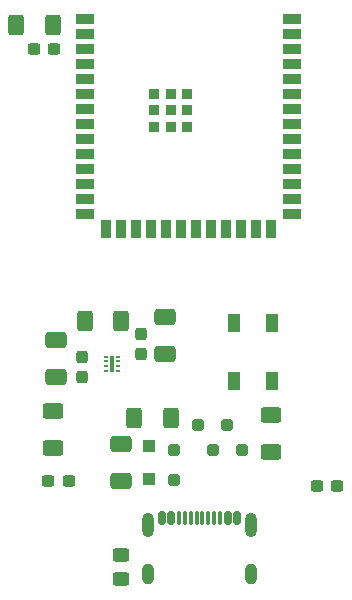
<source format=gbr>
%TF.GenerationSoftware,KiCad,Pcbnew,8.0.1-1.fc39*%
%TF.CreationDate,2024-05-03T11:25:32+02:00*%
%TF.ProjectId,esp32-s3-simple,65737033-322d-4733-932d-73696d706c65,rev?*%
%TF.SameCoordinates,Original*%
%TF.FileFunction,Paste,Top*%
%TF.FilePolarity,Positive*%
%FSLAX46Y46*%
G04 Gerber Fmt 4.6, Leading zero omitted, Abs format (unit mm)*
G04 Created by KiCad (PCBNEW 8.0.1-1.fc39) date 2024-05-03 11:25:32*
%MOMM*%
%LPD*%
G01*
G04 APERTURE LIST*
G04 Aperture macros list*
%AMRoundRect*
0 Rectangle with rounded corners*
0 $1 Rounding radius*
0 $2 $3 $4 $5 $6 $7 $8 $9 X,Y pos of 4 corners*
0 Add a 4 corners polygon primitive as box body*
4,1,4,$2,$3,$4,$5,$6,$7,$8,$9,$2,$3,0*
0 Add four circle primitives for the rounded corners*
1,1,$1+$1,$2,$3*
1,1,$1+$1,$4,$5*
1,1,$1+$1,$6,$7*
1,1,$1+$1,$8,$9*
0 Add four rect primitives between the rounded corners*
20,1,$1+$1,$2,$3,$4,$5,0*
20,1,$1+$1,$4,$5,$6,$7,0*
20,1,$1+$1,$6,$7,$8,$9,0*
20,1,$1+$1,$8,$9,$2,$3,0*%
G04 Aperture macros list end*
%ADD10RoundRect,0.250000X-0.400000X-0.625000X0.400000X-0.625000X0.400000X0.625000X-0.400000X0.625000X0*%
%ADD11RoundRect,0.250000X0.650000X-0.412500X0.650000X0.412500X-0.650000X0.412500X-0.650000X-0.412500X0*%
%ADD12R,1.500000X0.900000*%
%ADD13R,0.900000X1.500000*%
%ADD14R,0.900000X0.900000*%
%ADD15RoundRect,0.237500X0.300000X0.237500X-0.300000X0.237500X-0.300000X-0.237500X0.300000X-0.237500X0*%
%ADD16RoundRect,0.250000X-0.300000X0.300000X-0.300000X-0.300000X0.300000X-0.300000X0.300000X0.300000X0*%
%ADD17RoundRect,0.250000X0.250000X0.250000X-0.250000X0.250000X-0.250000X-0.250000X0.250000X-0.250000X0*%
%ADD18RoundRect,0.250000X0.400000X0.625000X-0.400000X0.625000X-0.400000X-0.625000X0.400000X-0.625000X0*%
%ADD19RoundRect,0.237500X0.237500X-0.300000X0.237500X0.300000X-0.237500X0.300000X-0.237500X-0.300000X0*%
%ADD20RoundRect,0.250000X0.625000X-0.400000X0.625000X0.400000X-0.625000X0.400000X-0.625000X-0.400000X0*%
%ADD21R,1.000000X1.500000*%
%ADD22RoundRect,0.250000X-0.650000X0.412500X-0.650000X-0.412500X0.650000X-0.412500X0.650000X0.412500X0*%
%ADD23RoundRect,0.237500X-0.300000X-0.237500X0.300000X-0.237500X0.300000X0.237500X-0.300000X0.237500X0*%
%ADD24R,0.350000X0.280000*%
%ADD25R,0.350000X0.260000*%
%ADD26R,0.440000X1.440000*%
%ADD27RoundRect,0.250000X-0.625000X0.400000X-0.625000X-0.400000X0.625000X-0.400000X0.625000X0.400000X0*%
%ADD28RoundRect,0.250000X-0.250000X0.250000X-0.250000X-0.250000X0.250000X-0.250000X0.250000X0.250000X0*%
%ADD29RoundRect,0.250000X0.450000X-0.325000X0.450000X0.325000X-0.450000X0.325000X-0.450000X-0.325000X0*%
%ADD30RoundRect,0.150000X-0.150000X-0.425000X0.150000X-0.425000X0.150000X0.425000X-0.150000X0.425000X0*%
%ADD31RoundRect,0.075000X-0.075000X-0.500000X0.075000X-0.500000X0.075000X0.500000X-0.075000X0.500000X0*%
%ADD32O,1.000000X2.100000*%
%ADD33O,1.000000X1.800000*%
G04 APERTURE END LIST*
D10*
%TO.C,R40*%
X143900000Y-38250000D03*
X147000000Y-38250000D03*
%TD*%
D11*
%TO.C,C8*%
X156500000Y-66062500D03*
X156500000Y-62937500D03*
%TD*%
D12*
%TO.C,U1*%
X149750000Y-37740000D03*
X149750000Y-39010000D03*
X149750000Y-40280000D03*
X149750000Y-41550000D03*
X149750000Y-42820000D03*
X149750000Y-44090000D03*
X149750000Y-45360000D03*
X149750000Y-46630000D03*
X149750000Y-47900000D03*
X149750000Y-49170000D03*
X149750000Y-50440000D03*
X149750000Y-51710000D03*
X149750000Y-52980000D03*
X149750000Y-54250000D03*
D13*
X151515000Y-55500000D03*
X152785000Y-55500000D03*
X154055000Y-55500000D03*
X155325000Y-55500000D03*
X156595000Y-55500000D03*
X157865000Y-55500000D03*
X159135000Y-55500000D03*
X160405000Y-55500000D03*
X161675000Y-55500000D03*
X162945000Y-55500000D03*
X164215000Y-55500000D03*
X165485000Y-55500000D03*
D12*
X167250000Y-54250000D03*
X167250000Y-52980000D03*
X167250000Y-51710000D03*
X167250000Y-50440000D03*
X167250000Y-49170000D03*
X167250000Y-47900000D03*
X167250000Y-46630000D03*
X167250000Y-45360000D03*
X167250000Y-44090000D03*
X167250000Y-42820000D03*
X167250000Y-41550000D03*
X167250000Y-40280000D03*
X167250000Y-39010000D03*
X167250000Y-37740000D03*
D14*
X155600000Y-44060000D03*
X155600000Y-45460000D03*
X155600000Y-46860000D03*
X155600000Y-46860000D03*
X157000000Y-44060000D03*
X157000000Y-44060000D03*
X157000000Y-45460000D03*
X157000000Y-46860000D03*
X158400000Y-44060000D03*
X158400000Y-45460000D03*
X158400000Y-46860000D03*
%TD*%
D15*
%TO.C,C2*%
X171112500Y-77250000D03*
X169387500Y-77250000D03*
%TD*%
D16*
%TO.C,D4*%
X155150000Y-73850000D03*
X155150000Y-76650000D03*
%TD*%
D17*
%TO.C,D1*%
X163050000Y-74250000D03*
X160550000Y-74250000D03*
%TD*%
D15*
%TO.C,C29*%
X147112500Y-40250000D03*
X145387500Y-40250000D03*
%TD*%
D18*
%TO.C,R4*%
X157000000Y-71500000D03*
X153900000Y-71500000D03*
%TD*%
D19*
%TO.C,C7*%
X154500000Y-66112500D03*
X154500000Y-64387500D03*
%TD*%
D20*
%TO.C,R3*%
X165500000Y-74350000D03*
X165500000Y-71250000D03*
%TD*%
D21*
%TO.C,D5*%
X165550000Y-63500000D03*
X162350000Y-63500000D03*
X162350000Y-68400000D03*
X165550000Y-68400000D03*
%TD*%
D11*
%TO.C,C1*%
X147250000Y-68037500D03*
X147250000Y-64912500D03*
%TD*%
D22*
%TO.C,C4*%
X152750000Y-73687500D03*
X152750000Y-76812500D03*
%TD*%
D23*
%TO.C,C3*%
X146637500Y-76850000D03*
X148362500Y-76850000D03*
%TD*%
D24*
%TO.C,U2*%
X152525000Y-67512500D03*
X152525000Y-67112500D03*
D25*
X152525000Y-66712500D03*
D24*
X152525000Y-66312500D03*
X151475000Y-66312500D03*
D25*
X151475000Y-66712500D03*
D24*
X151475000Y-67112500D03*
X151475000Y-67512500D03*
D26*
X152000000Y-66912500D03*
%TD*%
D17*
%TO.C,D2*%
X161800000Y-72100000D03*
X159300000Y-72100000D03*
%TD*%
D27*
%TO.C,R6*%
X147000000Y-70950000D03*
X147000000Y-74050000D03*
%TD*%
D19*
%TO.C,C5*%
X149500000Y-68025000D03*
X149500000Y-66300000D03*
%TD*%
D28*
%TO.C,D3*%
X157300000Y-74250000D03*
X157300000Y-76750000D03*
%TD*%
D29*
%TO.C,D6*%
X152750000Y-85125000D03*
X152750000Y-83075000D03*
%TD*%
D18*
%TO.C,R1*%
X152800000Y-63250000D03*
X149700000Y-63250000D03*
%TD*%
D30*
%TO.C,J3*%
X156230000Y-79995000D03*
X157030000Y-79995000D03*
D31*
X158180000Y-79995000D03*
X159180000Y-79995000D03*
X159680000Y-79995000D03*
X160680000Y-79995000D03*
D30*
X161830000Y-79995000D03*
X162630000Y-79995000D03*
X162630000Y-79995000D03*
X161830000Y-79995000D03*
D31*
X161180000Y-79995000D03*
X160180000Y-79995000D03*
X158680000Y-79995000D03*
X157680000Y-79995000D03*
D30*
X157030000Y-79995000D03*
X156230000Y-79995000D03*
D32*
X155110000Y-80570000D03*
D33*
X155110000Y-84750000D03*
D32*
X163750000Y-80570000D03*
D33*
X163750000Y-84750000D03*
%TD*%
M02*

</source>
